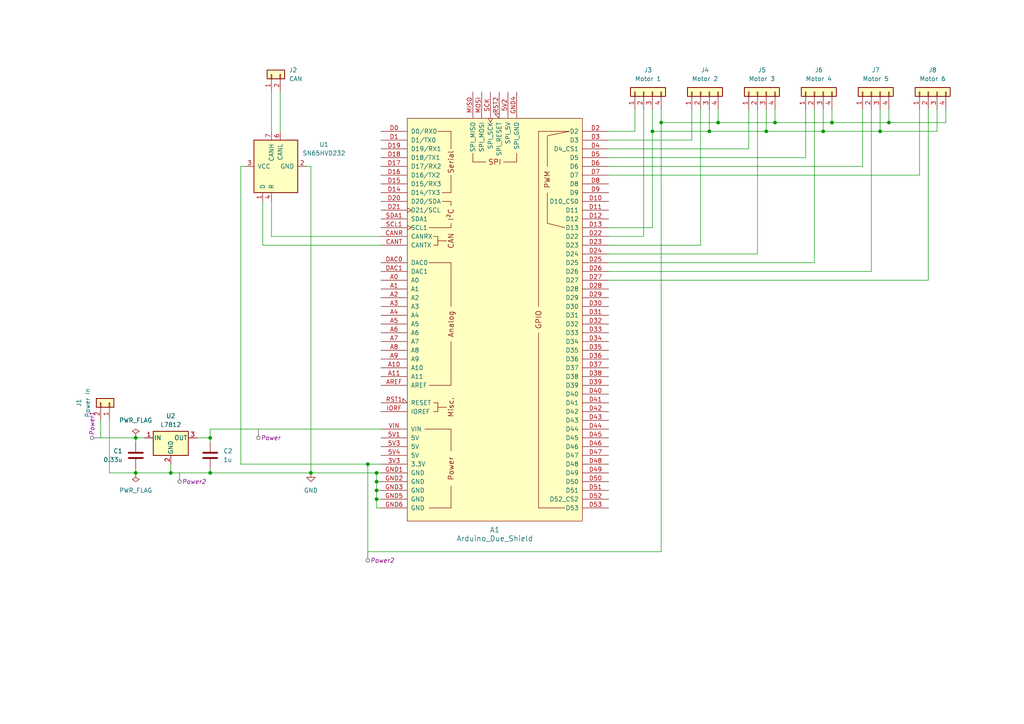
<source format=kicad_sch>
(kicad_sch (version 20230121) (generator eeschema)
  (paper "A4")
  (lib_symbols
    (symbol "Conn_01x04_1" (pin_names (offset 1.016) hide)
      (property "Reference" "J" (at 0 5.08 0))
      (property "Value" "Conn_01x04" (at 0 -7.62 0))
      (symbol "Conn_01x04_1_1_1"
        (rectangle (start -1.27 -4.953) (end 0 -5.207) (stroke (width 0.1524)))
        (rectangle (start -1.27 -2.413) (end 0 -2.667) (stroke (width 0.1524)))
        (rectangle (start -1.27 0.127) (end 0 -0.127) (stroke (width 0.1524)))
        (rectangle (start -1.27 2.667) (end 0 2.413) (stroke (width 0.1524)))
        (rectangle (start -1.27 3.81) (end 1.27 -6.35) (stroke (width 0.254)) (fill (type background)))
        (pin passive line (at -5.08 2.54 0) (length 3.81) (name "Pin_1") (number "1"))
        (pin passive line (at -5.08 0 0) (length 3.81) (name "Pin_2") (number "2"))
        (pin passive line (at -5.08 -2.54 0) (length 3.81) (name "Pin_3") (number "3"))
        (pin passive line (at -5.08 -5.08 0) (length 3.81) (name "Pin_4") (number "4"))
      )
    )
    (symbol "Conn_01x04_2" (pin_names (offset 1.016) hide)
      (property "Reference" "J" (at 0 5.08 0))
      (property "Value" "Conn_01x04" (at 0 -7.62 0))
      (symbol "Conn_01x04_2_1_1"
        (rectangle (start -1.27 -4.953) (end 0 -5.207) (stroke (width 0.1524)))
        (rectangle (start -1.27 -2.413) (end 0 -2.667) (stroke (width 0.1524)))
        (rectangle (start -1.27 0.127) (end 0 -0.127) (stroke (width 0.1524)))
        (rectangle (start -1.27 2.667) (end 0 2.413) (stroke (width 0.1524)))
        (rectangle (start -1.27 3.81) (end 1.27 -6.35) (stroke (width 0.254)) (fill (type background)))
        (pin passive line (at -5.08 2.54 0) (length 3.81) (name "Pin_1") (number "1"))
        (pin passive line (at -5.08 0 0) (length 3.81) (name "Pin_2") (number "2"))
        (pin passive line (at -5.08 -2.54 0) (length 3.81) (name "Pin_3") (number "3"))
        (pin passive line (at -5.08 -5.08 0) (length 3.81) (name "Pin_4") (number "4"))
      )
    )
    (symbol "Conn_01x04_3" (pin_names (offset 1.016) hide)
      (property "Reference" "J" (at 0 5.08 0))
      (property "Value" "Conn_01x04" (at 0 -7.62 0))
      (symbol "Conn_01x04_3_1_1"
        (rectangle (start -1.27 -4.953) (end 0 -5.207) (stroke (width 0.1524)))
        (rectangle (start -1.27 -2.413) (end 0 -2.667) (stroke (width 0.1524)))
        (rectangle (start -1.27 0.127) (end 0 -0.127) (stroke (width 0.1524)))
        (rectangle (start -1.27 2.667) (end 0 2.413) (stroke (width 0.1524)))
        (rectangle (start -1.27 3.81) (end 1.27 -6.35) (stroke (width 0.254)) (fill (type background)))
        (pin passive line (at -5.08 2.54 0) (length 3.81) (name "Pin_1") (number "1"))
        (pin passive line (at -5.08 0 0) (length 3.81) (name "Pin_2") (number "2"))
        (pin passive line (at -5.08 -2.54 0) (length 3.81) (name "Pin_3") (number "3"))
        (pin passive line (at -5.08 -5.08 0) (length 3.81) (name "Pin_4") (number "4"))
      )
    )
    (symbol "Conn_01x04_4" (pin_names (offset 1.016) hide)
      (property "Reference" "J" (at 0 5.08 0))
      (property "Value" "Conn_01x04" (at 0 -7.62 0))
      (symbol "Conn_01x04_4_1_1"
        (rectangle (start -1.27 -4.953) (end 0 -5.207) (stroke (width 0.1524)))
        (rectangle (start -1.27 -2.413) (end 0 -2.667) (stroke (width 0.1524)))
        (rectangle (start -1.27 0.127) (end 0 -0.127) (stroke (width 0.1524)))
        (rectangle (start -1.27 2.667) (end 0 2.413) (stroke (width 0.1524)))
        (rectangle (start -1.27 3.81) (end 1.27 -6.35) (stroke (width 0.254)) (fill (type background)))
        (pin passive line (at -5.08 2.54 0) (length 3.81) (name "Pin_1") (number "1"))
        (pin passive line (at -5.08 0 0) (length 3.81) (name "Pin_2") (number "2"))
        (pin passive line (at -5.08 -2.54 0) (length 3.81) (name "Pin_3") (number "3"))
        (pin passive line (at -5.08 -5.08 0) (length 3.81) (name "Pin_4") (number "4"))
      )
    )
    (symbol "Conn_01x04_5" (pin_names (offset 1.016) hide)
      (property "Reference" "J" (at 0 5.08 0))
      (property "Value" "Conn_01x04" (at 0 -7.62 0))
      (symbol "Conn_01x04_5_1_1"
        (rectangle (start -1.27 -4.953) (end 0 -5.207) (stroke (width 0.1524)))
        (rectangle (start -1.27 -2.413) (end 0 -2.667) (stroke (width 0.1524)))
        (rectangle (start -1.27 0.127) (end 0 -0.127) (stroke (width 0.1524)))
        (rectangle (start -1.27 2.667) (end 0 2.413) (stroke (width 0.1524)))
        (rectangle (start -1.27 3.81) (end 1.27 -6.35) (stroke (width 0.254)) (fill (type background)))
        (pin passive line (at -5.08 2.54 0) (length 3.81) (name "Pin_1") (number "1"))
        (pin passive line (at -5.08 0 0) (length 3.81) (name "Pin_2") (number "2"))
        (pin passive line (at -5.08 -2.54 0) (length 3.81) (name "Pin_3") (number "3"))
        (pin passive line (at -5.08 -5.08 0) (length 3.81) (name "Pin_4") (number "4"))
      )
    )
    (symbol "Connector_Generic:Conn_01x02" (pin_names (offset 1.016) hide)
      (property "Reference" "J" (at 0 2.54 0))
      (property "Value" "Conn_01x02" (at 0 -5.08 0))
      (symbol "Conn_01x02_1_1"
        (rectangle (start -1.27 -2.413) (end 0 -2.667) (stroke (width 0.1524)))
        (rectangle (start -1.27 0.127) (end 0 -0.127) (stroke (width 0.1524)))
        (rectangle (start -1.27 1.27) (end 1.27 -3.81) (stroke (width 0.254)) (fill (type background)))
        (pin passive line (at -5.08 0 0) (length 3.81) (name "Pin_1") (number "1"))
        (pin passive line (at -5.08 -2.54 0) (length 3.81) (name "Pin_2") (number "2"))
      )
    )
    (symbol "Connector_Generic:Conn_01x04" (pin_names (offset 1.016) hide)
      (property "Reference" "J" (at 0 5.08 0))
      (property "Value" "Conn_01x04" (at 0 -7.62 0))
      (symbol "Conn_01x04_1_1"
        (rectangle (start -1.27 -4.953) (end 0 -5.207) (stroke (width 0.1524)))
        (rectangle (start -1.27 -2.413) (end 0 -2.667) (stroke (width 0.1524)))
        (rectangle (start -1.27 0.127) (end 0 -0.127) (stroke (width 0.1524)))
        (rectangle (start -1.27 2.667) (end 0 2.413) (stroke (width 0.1524)))
        (rectangle (start -1.27 3.81) (end 1.27 -6.35) (stroke (width 0.254)) (fill (type background)))
        (pin passive line (at -5.08 2.54 0) (length 3.81) (name "Pin_1") (number "1"))
        (pin passive line (at -5.08 0 0) (length 3.81) (name "Pin_2") (number "2"))
        (pin passive line (at -5.08 -2.54 0) (length 3.81) (name "Pin_3") (number "3"))
        (pin passive line (at -5.08 -5.08 0) (length 3.81) (name "Pin_4") (number "4"))
      )
    )
    (symbol "Device:C" (pin_numbers hide) (pin_names (offset 0.254))
      (property "Reference" "C" (at 0.635 2.54 0))
      (property "Value" "C" (at 0.635 -2.54 0))
      (symbol "C_0_1"
        (polyline (pts (xy -2.032 -0.762) (xy 2.032 -0.762)) (stroke (width 0.508)))
        (polyline (pts (xy -2.032 0.762) (xy 2.032 0.762)) (stroke (width 0.508)))
      )
      (symbol "C_1_1"
        (pin passive line (at 0 3.81 270) (length 2.794) (name "~") (number "1"))
        (pin passive line (at 0 -3.81 90) (length 2.794) (name "~") (number "2"))
      )
    )
    (symbol "Interface_CAN_LIN:SN65HVD232" (pin_names (offset 1.016))
      (property "Reference" "U" (at -2.54 10.16 0))
      (property "Value" "SN65HVD232" (at -2.54 7.62 0))
      (symbol "SN65HVD232_0_1"
        (rectangle (start -7.62 5.08) (end 7.62 -7.62) (stroke (width 0.254)) (fill (type background)))
      )
      (symbol "SN65HVD232_1_1"
        (pin input line (at -10.16 2.54 0) (length 2.54) (name "D") (number "1"))
        (pin power_in line (at 0 -10.16 90) (length 2.54) (name "GND") (number "2"))
        (pin power_in line (at 0 7.62 270) (length 2.54) (name "VCC") (number "3"))
        (pin output line (at -10.16 0 0) (length 2.54) (name "R") (number "4"))
        (pin no_connect line (at -7.62 -2.54 0) (length 2.54) hide (name "NC") (number "5"))
        (pin bidirectional line (at 10.16 -2.54 180) (length 2.54) (name "CANL") (number "6"))
        (pin bidirectional line (at 10.16 0 180) (length 2.54) (name "CANH") (number "7"))
        (pin no_connect line (at -7.62 -5.08 0) (length 2.54) hide (name "NC") (number "8"))
      )
    )
    (symbol "Regulator_Linear:L7812" (pin_names (offset 0.254))
      (property "Reference" "U" (at -3.81 3.175 0))
      (property "Value" "L7812" (at 0 3.175 0))
      (symbol "L7812_0_1"
        (rectangle (start -5.08 1.905) (end 5.08 -5.08) (stroke (width 0.254)) (fill (type background)))
      )
      (symbol "L7812_1_1"
        (pin power_in line (at -7.62 0 0) (length 2.54) (name "IN") (number "1"))
        (pin power_in line (at 0 -7.62 90) (length 2.54) (name "GND") (number "2"))
        (pin power_out line (at 7.62 0 180) (length 2.54) (name "OUT") (number "3"))
      )
    )
    (symbol "arduino-library:Arduino_Due_Shield" (pin_names (offset 1.016))
      (property "Reference" "A" (at 0 -62.23 0))
      (property "Value" "Arduino_Due_Shield" (at 0 -66.04 0))
      (symbol "Arduino_Due_Shield_0_0"
        (rectangle (start -25.4 -58.42) (end 25.4 58.42) (fill (type background)))
        (rectangle (start -20.32 -31.75) (end -12.7 -31.75))
        (rectangle (start -19.05 -54.61) (end -12.7 -54.61))
        (rectangle (start -19.05 -19.05) (end -12.7 -19.05))
        (rectangle (start -19.05 16.51) (end -12.7 16.51))
        (rectangle (start -19.05 26.67) (end -12.7 26.67))
        (rectangle (start -17.78 -26.67) (end -16.51 -26.67))
        (rectangle (start -17.78 -24.13) (end -16.51 -24.13))
        (rectangle (start -17.78 21.59) (end -16.51 21.59))
        (rectangle (start -17.78 24.13) (end -16.51 24.13))
        (rectangle (start -16.51 -25.4) (end -13.97 -25.4))
        (rectangle (start -16.51 -24.13) (end -16.51 -26.67))
        (rectangle (start -16.51 22.86) (end -13.97 22.86))
        (rectangle (start -16.51 24.13) (end -16.51 21.59))
        (rectangle (start -16.51 54.61) (end -12.7 54.61))
        (rectangle (start -15.24 34.29) (end -12.7 34.29))
        (rectangle (start -15.24 36.83) (end -12.7 36.83))
        (rectangle (start -12.7 -54.61) (end -12.7 -48.26))
        (rectangle (start -12.7 -31.75) (end -12.7 -38.1))
        (rectangle (start -12.7 -6.35) (end -12.7 -19.05))
        (rectangle (start -12.7 16.51) (end -12.7 3.81))
        (rectangle (start -12.7 26.67) (end -12.7 27.94))
        (rectangle (start -12.7 34.29) (end -12.7 33.02))
        (rectangle (start -12.7 41.91) (end -12.7 36.83))
        (rectangle (start -12.7 49.53) (end -12.7 54.61))
        (rectangle (start -6.35 48.26) (end -6.35 45.72))
        (rectangle (start -2.54 45.72) (end -6.35 45.72))
        (polyline (pts (xy 12.7 -54.61) (xy 20.32 -54.61)))
        (polyline (pts (xy 21.59 54.61) (xy 12.7 54.61)))
        (polyline (pts (xy 15.24 44.45) (xy 15.24 53.34) (xy 21.59 54.61)))
        (polyline (pts (xy 20.32 26.67) (xy 15.24 27.94) (xy 15.24 36.83)))
        (rectangle (start 6.35 45.72) (end 2.54 45.72))
        (rectangle (start 6.35 48.26) (end 6.35 45.72))
        (text "Analog" (at -12.7 -1.27 900) (effects (font (size 1.524 1.524))))
        (text "CAN" (at -12.7 22.86 900) (effects (font (size 1.524 1.524))))
        (text "I²C" (at -12.7 30.48 900) (effects (font (size 1.524 1.524))))
        (text "Misc." (at -12.7 -25.4 900) (effects (font (size 1.524 1.524))))
        (text "Power" (at -12.7 -43.18 900) (effects (font (size 1.524 1.524))))
        (text "PWM" (at 15.24 40.64 900) (effects (font (size 1.524 1.524))))
        (text "Serial" (at -12.7 45.72 900) (effects (font (size 1.524 1.524))))
        (text "SPI" (at 0 45.72 0) (effects (font (size 1.524 1.524))))
      )
      (symbol "Arduino_Due_Shield_1_0"
        (rectangle (start 12.7 -54.61) (end 12.7 -3.81))
        (rectangle (start 12.7 54.61) (end 12.7 3.81))
        (text "GPIO" (at 12.7 0 900) (effects (font (size 1.524 1.524))))
      )
      (symbol "Arduino_Due_Shield_1_1"
        (pin power_out line (at -33.02 -41.91 0) (length 7.62) (name "3.3V") (number "3V3"))
        (pin power_in line (at -33.02 -34.29 0) (length 7.62) (name "5V") (number "5V1"))
        (pin power_in line (at 3.81 66.04 270) (length 7.62) (name "SPI_5V") (number "5V2"))
        (pin power_in line (at -33.02 -36.83 0) (length 7.62) (name "5V") (number "5V3"))
        (pin power_in line (at -33.02 -39.37 0) (length 7.62) (name "5V") (number "5V4"))
        (pin bidirectional line (at -33.02 11.43 0) (length 7.62) (name "A0") (number "A0"))
        (pin bidirectional line (at -33.02 8.89 0) (length 7.62) (name "A1") (number "A1"))
        (pin bidirectional line (at -33.02 -13.97 0) (length 7.62) (name "A10") (number "A10"))
        (pin bidirectional line (at -33.02 -16.51 0) (length 7.62) (name "A11") (number "A11"))
        (pin bidirectional line (at -33.02 6.35 0) (length 7.62) (name "A2") (number "A2"))
        (pin bidirectional line (at -33.02 3.81 0) (length 7.62) (name "A3") (number "A3"))
        (pin bidirectional line (at -33.02 1.27 0) (length 7.62) (name "A4") (number "A4"))
        (pin bidirectional line (at -33.02 -1.27 0) (length 7.62) (name "A5") (number "A5"))
        (pin bidirectional line (at -33.02 -3.81 0) (length 7.62) (name "A6") (number "A6"))
        (pin bidirectional line (at -33.02 -6.35 0) (length 7.62) (name "A7") (number "A7"))
        (pin bidirectional line (at -33.02 -8.89 0) (length 7.62) (name "A8") (number "A8"))
        (pin bidirectional line (at -33.02 -11.43 0) (length 7.62) (name "A9") (number "A9"))
        (pin input line (at -33.02 -19.05 0) (length 7.62) (name "AREF") (number "AREF"))
        (pin bidirectional line (at -33.02 24.13 0) (length 7.62) (name "CANRX") (number "CANR"))
        (pin bidirectional line (at -33.02 21.59 0) (length 7.62) (name "CANTX") (number "CANT"))
        (pin bidirectional line (at -33.02 54.61 0) (length 7.62) (name "D0/RX0") (number "D0"))
        (pin bidirectional line (at -33.02 52.07 0) (length 7.62) (name "D1/TX0") (number "D1"))
        (pin bidirectional line (at 33.02 34.29 180) (length 7.62) (name "D10_CS0") (number "D10"))
        (pin bidirectional line (at 33.02 31.75 180) (length 7.62) (name "D11") (number "D11"))
        (pin bidirectional line (at 33.02 29.21 180) (length 7.62) (name "D12") (number "D12"))
        (pin bidirectional line (at 33.02 26.67 180) (length 7.62) (name "D13") (number "D13"))
        (pin bidirectional line (at -33.02 36.83 0) (length 7.62) (name "D14/TX3") (number "D14"))
        (pin bidirectional line (at -33.02 39.37 0) (length 7.62) (name "D15/RX3") (number "D15"))
        (pin bidirectional line (at -33.02 41.91 0) (length 7.62) (name "D16/TX2") (number "D16"))
        (pin bidirectional line (at -33.02 44.45 0) (length 7.62) (name "D17/RX2") (number "D17"))
        (pin bidirectional line (at -33.02 46.99 0) (length 7.62) (name "D18/TX1") (number "D18"))
        (pin bidirectional line (at -33.02 49.53 0) (length 7.62) (name "D19/RX1") (number "D19"))
        (pin bidirectional line (at 33.02 54.61 180) (length 7.62) (name "D2") (number "D2"))
        (pin bidirectional line (at -33.02 34.29 0) (length 7.62) (name "D20/SDA") (number "D20"))
        (pin bidirectional clock (at -33.02 31.75 0) (length 7.62) (name "D21/SCL") (number "D21"))
        (pin bidirectional line (at 33.02 24.13 180) (length 7.62) (name "D22") (number "D22"))
        (pin bidirectional line (at 33.02 21.59 180) (length 7.62) (name "D23") (number "D23"))
        (pin bidirectional line (at 33.02 19.05 180) (length 7.62) (name "D24") (number "D24"))
        (pin bidirectional line (at 33.02 16.51 180) (length 7.62) (name "D25") (number "D25"))
        (pin bidirectional line (at 33.02 13.97 180) (length 7.62) (name "D26") (number "D26"))
        (pin bidirectional line (at 33.02 11.43 180) (length 7.62) (name "D27") (number "D27"))
        (pin bidirectional line (at 33.02 8.89 180) (length 7.62) (name "D28") (number "D28"))
        (pin bidirectional line (at 33.02 6.35 180) (length 7.62) (name "D29") (number "D29"))
        (pin bidirectional line (at 33.02 52.07 180) (length 7.62) (name "D3") (number "D3"))
        (pin bidirectional line (at 33.02 3.81 180) (length 7.62) (name "D30") (number "D30"))
        (pin bidirectional line (at 33.02 1.27 180) (length 7.62) (name "D31") (number "D31"))
        (pin bidirectional line (at 33.02 -1.27 180) (length 7.62) (name "D32") (number "D32"))
        (pin bidirectional line (at 33.02 -3.81 180) (length 7.62) (name "D33") (number "D33"))
        (pin bidirectional line (at 33.02 -6.35 180) (length 7.62) (name "D34") (number "D34"))
        (pin bidirectional line (at 33.02 -8.89 180) (length 7.62) (name "D35") (number "D35"))
        (pin bidirectional line (at 33.02 -11.43 180) (length 7.62) (name "D36") (number "D36"))
        (pin bidirectional line (at 33.02 -13.97 180) (length 7.62) (name "D37") (number "D37"))
        (pin bidirectional line (at 33.02 -16.51 180) (length 7.62) (name "D38") (number "D38"))
        (pin bidirectional line (at 33.02 -19.05 180) (length 7.62) (name "D39") (number "D39"))
        (pin bidirectional line (at 33.02 49.53 180) (length 7.62) (name "D4_CS1") (number "D4"))
        (pin bidirectional line (at 33.02 -21.59 180) (length 7.62) (name "D40") (number "D40"))
        (pin bidirectional line (at 33.02 -24.13 180) (length 7.62) (name "D41") (number "D41"))
        (pin bidirectional line (at 33.02 -26.67 180) (length 7.62) (name "D42") (number "D42"))
        (pin bidirectional line (at 33.02 -29.21 180) (length 7.62) (name "D43") (number "D43"))
        (pin bidirectional line (at 33.02 -31.75 180) (length 7.62) (name "D44") (number "D44"))
        (pin bidirectional line (at 33.02 -34.29 180) (length 7.62) (name "D45") (number "D45"))
        (pin bidirectional line (at 33.02 -36.83 180) (length 7.62) (name "D46") (number "D46"))
        (pin bidirectional line (at 33.02 -39.37 180) (length 7.62) (name "D47") (number "D47"))
        (pin bidirectional line (at 33.02 -41.91 180) (length 7.62) (name "D48") (number "D48"))
        (pin bidirectional line (at 33.02 -44.45 180) (length 7.62) (name "D49") (number "D49"))
        (pin bidirectional line (at 33.02 46.99 180) (length 7.62) (name "D5") (number "D5"))
        (pin bidirectional line (at 33.02 -46.99 180) (length 7.62) (name "D50") (number "D50"))
        (pin bidirectional line (at 33.02 -49.53 180) (length 7.62) (name "D51") (number "D51"))
        (pin bidirectional line (at 33.02 -52.07 180) (length 7.62) (name "D52_CS2") (number "D52"))
        (pin bidirectional line (at 33.02 -54.61 180) (length 7.62) (name "D53") (number "D53"))
        (pin bidirectional line (at 33.02 44.45 180) (length 7.62) (name "D6") (number "D6"))
        (pin bidirectional line (at 33.02 41.91 180) (length 7.62) (name "D7") (number "D7"))
        (pin bidirectional line (at 33.02 39.37 180) (length 7.62) (name "D8") (number "D8"))
        (pin bidirectional line (at 33.02 36.83 180) (length 7.62) (name "D9") (number "D9"))
        (pin bidirectional line (at -33.02 16.51 0) (length 7.62) (name "DAC0") (number "DAC0"))
        (pin bidirectional line (at -33.02 13.97 0) (length 7.62) (name "DAC1") (number "DAC1"))
        (pin power_in line (at -33.02 -44.45 0) (length 7.62) (name "GND") (number "GND1"))
        (pin power_in line (at -33.02 -46.99 0) (length 7.62) (name "GND") (number "GND2"))
        (pin power_in line (at -33.02 -49.53 0) (length 7.62) (name "GND") (number "GND3"))
        (pin power_in line (at 6.35 66.04 270) (length 7.62) (name "SPI_GND") (number "GND4"))
        (pin power_in line (at -33.02 -52.07 0) (length 7.62) (name "GND") (number "GND5"))
        (pin power_in line (at -33.02 -54.61 0) (length 7.62) (name "GND") (number "GND6"))
        (pin output line (at -33.02 -26.67 0) (length 7.62) (name "IOREF") (number "IORF"))
        (pin input line (at -6.35 66.04 270) (length 7.62) (name "SPI_MISO") (number "MISO"))
        (pin output line (at -3.81 66.04 270) (length 7.62) (name "SPI_MOSI") (number "MOSI"))
        (pin open_collector input_low (at -33.02 -24.13 0) (length 7.62) (name "RESET") (number "RST1"))
        (pin open_collector input_low (at 1.27 66.04 270) (length 7.62) (name "SPI_RESET") (number "RST2"))
        (pin output clock (at -1.27 66.04 270) (length 7.62) (name "SPI_SCK") (number "SCK"))
        (pin bidirectional clock (at -33.02 26.67 0) (length 7.62) (name "SCL1") (number "SCL1"))
        (pin bidirectional line (at -33.02 29.21 0) (length 7.62) (name "SDA1") (number "SDA1"))
        (pin power_in line (at -33.02 -31.75 0) (length 7.62) (name "VIN") (number "VIN"))
      )
    )
    (symbol "power:GND" (power) (pin_names (offset 0))
      (property "Value" "GND" (at 0 -3.81 0))
      (symbol "GND_0_1"
        (polyline (pts (xy 0 0) (xy 0 -1.27) (xy 1.27 -1.27) (xy 0 -2.54) (xy -1.27 -1.27) (xy 0 -1.27)))
      )
      (symbol "GND_1_1"
        (pin power_in line (at 0 0 270) (length 0) hide (name "GND") (number "1"))
      )
    )
    (symbol "power:PWR_FLAG" (power) (pin_numbers hide) (pin_names (offset 0) hide)
      (property "Value" "PWR_FLAG" (at 0 3.81 0))
      (symbol "PWR_FLAG_0_0"
        (pin power_out line (at 0 0 90) (length 0) (name "pwr") (number "1"))
      )
      (symbol "PWR_FLAG_0_1"
        (polyline (pts (xy 0 0) (xy 0 1.27) (xy -1.016 1.905) (xy 0 2.54) (xy 1.016 1.905) (xy 0 1.27)))
      )
    )
  )
  (junction (at 90.17 137.16))
  (junction (at 109.22 137.16))
  (junction (at 208.28 35.56))
  (junction (at 109.22 142.24))
  (junction (at 257.81 35.56))
  (junction (at 222.25 38.1))
  (junction (at 109.22 139.7))
  (junction (at 60.96 137.16))
  (junction (at 205.74 38.1))
  (junction (at 189.23 38.1))
  (junction (at 39.37 127))
  (junction (at 238.76 38.1))
  (junction (at 49.53 137.16))
  (junction (at 39.37 137.16))
  (junction (at 60.96 127))
  (junction (at 109.22 144.78))
  (junction (at 191.77 35.56))
  (junction (at 255.27 38.1))
  (junction (at 106.68 134.62))
  (junction (at 241.3 35.56))
  (junction (at 224.79 35.56))
  (wire (pts (xy 205.74 31.75) (xy 205.74 38.1)))
  (wire (pts (xy 255.27 38.1) (xy 271.78 38.1)))
  (wire (pts (xy 176.53 76.2) (xy 236.22 76.2)))
  (wire (pts (xy 205.74 38.1) (xy 222.25 38.1)))
  (wire (pts (xy 191.77 31.75) (xy 191.77 35.56)))
  (wire (pts (xy 238.76 38.1) (xy 255.27 38.1)))
  (wire (pts (xy 106.68 134.62) (xy 110.49 134.62)))
  (wire (pts (xy 224.79 35.56) (xy 241.3 35.56)))
  (wire (pts (xy 176.53 38.1) (xy 184.15 38.1)))
  (wire (pts (xy 200.66 40.64) (xy 200.66 31.75)))
  (wire (pts (xy 176.53 48.26) (xy 250.19 48.26)))
  (wire (pts (xy 109.22 139.7) (xy 110.49 139.7)))
  (wire (pts (xy 222.25 31.75) (xy 222.25 38.1)))
  (wire (pts (xy 81.28 26.67) (xy 81.28 38.1)))
  (wire (pts (xy 189.23 31.75) (xy 189.23 38.1)))
  (wire (pts (xy 49.53 137.16) (xy 39.37 137.16)))
  (wire (pts (xy 106.68 160.02) (xy 106.68 134.62)))
  (wire (pts (xy 39.37 127) (xy 41.91 127)))
  (wire (pts (xy 208.28 31.75) (xy 208.28 35.56)))
  (wire (pts (xy 222.25 38.1) (xy 238.76 38.1)))
  (wire (pts (xy 176.53 71.12) (xy 203.2 71.12)))
  (wire (pts (xy 60.96 124.46) (xy 110.49 124.46)))
  (wire (pts (xy 78.74 68.58) (xy 78.74 58.42)))
  (wire (pts (xy 186.69 68.58) (xy 186.69 31.75)))
  (wire (pts (xy 39.37 127) (xy 39.37 128.27)))
  (wire (pts (xy 191.77 35.56) (xy 208.28 35.56)))
  (wire (pts (xy 236.22 76.2) (xy 236.22 31.75)))
  (wire (pts (xy 31.75 121.92) (xy 31.75 137.16)))
  (wire (pts (xy 76.2 58.42) (xy 76.2 71.12)))
  (wire (pts (xy 241.3 35.56) (xy 257.81 35.56)))
  (wire (pts (xy 208.28 35.56) (xy 224.79 35.56)))
  (wire (pts (xy 184.15 38.1) (xy 184.15 31.75)))
  (wire (pts (xy 109.22 144.78) (xy 110.49 144.78)))
  (wire (pts (xy 109.22 142.24) (xy 109.22 139.7)))
  (wire (pts (xy 57.15 127) (xy 60.96 127)))
  (wire (pts (xy 271.78 38.1) (xy 271.78 31.75)))
  (wire (pts (xy 29.21 127) (xy 39.37 127)))
  (wire (pts (xy 252.73 78.74) (xy 252.73 31.75)))
  (wire (pts (xy 109.22 144.78) (xy 109.22 142.24)))
  (wire (pts (xy 219.71 73.66) (xy 219.71 31.75)))
  (wire (pts (xy 241.3 31.75) (xy 241.3 35.56)))
  (wire (pts (xy 60.96 127) (xy 60.96 124.46)))
  (wire (pts (xy 269.24 81.28) (xy 269.24 31.75)))
  (wire (pts (xy 69.85 134.62) (xy 106.68 134.62)))
  (wire (pts (xy 39.37 135.89) (xy 39.37 137.16)))
  (wire (pts (xy 274.32 35.56) (xy 274.32 31.75)))
  (wire (pts (xy 203.2 71.12) (xy 203.2 31.75)))
  (wire (pts (xy 191.77 35.56) (xy 191.77 160.02)))
  (wire (pts (xy 255.27 31.75) (xy 255.27 38.1)))
  (wire (pts (xy 88.9 48.26) (xy 90.17 48.26)))
  (wire (pts (xy 76.2 71.12) (xy 110.49 71.12)))
  (wire (pts (xy 176.53 81.28) (xy 269.24 81.28)))
  (wire (pts (xy 189.23 38.1) (xy 205.74 38.1)))
  (wire (pts (xy 60.96 137.16) (xy 49.53 137.16)))
  (wire (pts (xy 110.49 68.58) (xy 78.74 68.58)))
  (wire (pts (xy 176.53 68.58) (xy 186.69 68.58)))
  (wire (pts (xy 233.68 45.72) (xy 233.68 31.75)))
  (wire (pts (xy 109.22 137.16) (xy 110.49 137.16)))
  (wire (pts (xy 189.23 66.04) (xy 189.23 38.1)))
  (wire (pts (xy 176.53 73.66) (xy 219.71 73.66)))
  (wire (pts (xy 78.74 26.67) (xy 78.74 38.1)))
  (wire (pts (xy 109.22 139.7) (xy 109.22 137.16)))
  (wire (pts (xy 250.19 48.26) (xy 250.19 31.75)))
  (wire (pts (xy 60.96 135.89) (xy 60.96 137.16)))
  (wire (pts (xy 60.96 127) (xy 60.96 128.27)))
  (wire (pts (xy 238.76 31.75) (xy 238.76 38.1)))
  (wire (pts (xy 39.37 137.16) (xy 31.75 137.16)))
  (wire (pts (xy 217.17 43.18) (xy 217.17 31.75)))
  (wire (pts (xy 60.96 137.16) (xy 90.17 137.16)))
  (wire (pts (xy 90.17 48.26) (xy 90.17 137.16)))
  (wire (pts (xy 257.81 31.75) (xy 257.81 35.56)))
  (wire (pts (xy 191.77 160.02) (xy 106.68 160.02)))
  (wire (pts (xy 176.53 40.64) (xy 200.66 40.64)))
  (wire (pts (xy 109.22 142.24) (xy 110.49 142.24)))
  (wire (pts (xy 90.17 137.16) (xy 109.22 137.16)))
  (wire (pts (xy 257.81 35.56) (xy 274.32 35.56)))
  (wire (pts (xy 176.53 66.04) (xy 189.23 66.04)))
  (wire (pts (xy 69.85 48.26) (xy 69.85 134.62)))
  (wire (pts (xy 49.53 134.62) (xy 49.53 137.16)))
  (wire (pts (xy 224.79 31.75) (xy 224.79 35.56)))
  (wire (pts (xy 176.53 45.72) (xy 233.68 45.72)))
  (wire (pts (xy 109.22 147.32) (xy 109.22 144.78)))
  (wire (pts (xy 69.85 48.26) (xy 71.12 48.26)))
  (wire (pts (xy 266.7 50.8) (xy 266.7 31.75)))
  (wire (pts (xy 29.21 121.92) (xy 29.21 127)))
  (wire (pts (xy 110.49 147.32) (xy 109.22 147.32)))
  (wire (pts (xy 176.53 50.8) (xy 266.7 50.8)))
  (wire (pts (xy 176.53 43.18) (xy 217.17 43.18)))
  (wire (pts (xy 176.53 78.74) (xy 252.73 78.74)))
  (netclass_flag "" (length 2.54) (shape round) (at 52.07 137.16 180) (property "Netclass" "Power2" (at 52.7685 139.7 0) (effects (font italic) (justify left))))
  (netclass_flag "" (length 2.54) (shape round) (at 29.21 127 90) (property "Netclass" "Power1" (at 26.67 126.3015 90) (effects (font italic) (justify left))))
  (netclass_flag "" (length 2.54) (shape round) (at 106.68 160.02 180) (property "Netclass" "Power2" (at 107.3785 162.56 0) (effects (font italic) (justify left))))
  (netclass_flag "" (length 2.54) (shape round) (at 74.93 124.46 180) (property "Netclass" "Power" (at 75.6285 127 0) (effects (font italic) (justify left))))
  (symbol (lib_id "Connector_Generic:Conn_01x04") (at 269.24 26.67 90) (unit 1)
    (property "Reference" "J8" (at 270.51 20.32 90))
    (property "Value" "Motor 6" (at 270.51 22.86 90))
    (property "Footprint" "Connector_JST:JST_PH_B4B-PH-K_1x04_P2.00mm_Vertical" (effects hide))
  )
  (symbol (lib_name "Conn_01x04_1") (lib_id "Connector_Generic:Conn_01x04") (at 186.69 26.67 90) (unit 1)
    (property "Reference" "J3" (at 187.96 20.32 90))
    (property "Value" "Motor 1" (at 187.96 22.86 90))
    (property "Footprint" "Connector_JST:JST_PH_B4B-PH-K_1x04_P2.00mm_Vertical" (effects hide))
  )
  (symbol (lib_name "Conn_01x04_2") (lib_id "Connector_Generic:Conn_01x04") (at 203.2 26.67 90) (unit 1)
    (property "Reference" "J4" (at 204.47 20.32 90))
    (property "Value" "Motor 2" (at 204.47 22.86 90))
    (property "Footprint" "Connector_JST:JST_PH_B4B-PH-K_1x04_P2.00mm_Vertical" (effects hide))
  )
  (symbol (lib_id "Regulator_Linear:L7812") (at 49.53 127 0) (unit 1)
    (property "Reference" "U2" (at 49.53 120.65 0))
    (property "Value" "L7812" (at 49.53 123.19 0))
    (property "Footprint" "Package_TO_SOT_SMD:TO-263-2" (effects hide))
    (property "Datasheet" "http://www.st.com/content/ccc/resource/technical/document/datasheet/41/4f/b3/b0/12/d4/47/88/CD00000444.pdf/files/CD00000444.pdf/jcr:content/translations/en.CD00000444.pdf" (effects hide))
  )
  (symbol (lib_name "Conn_01x04_3") (lib_id "Connector_Generic:Conn_01x04") (at 219.71 26.67 90) (unit 1)
    (property "Reference" "J5" (at 220.98 20.32 90))
    (property "Value" "Motor 3" (at 220.98 22.86 90))
    (property "Footprint" "Connector_JST:JST_PH_B4B-PH-K_1x04_P2.00mm_Vertical" (effects hide))
  )
  (symbol (lib_name "Conn_01x04_4") (lib_id "Connector_Generic:Conn_01x04") (at 236.22 26.67 90) (unit 1)
    (property "Reference" "J6" (at 237.49 20.32 90))
    (property "Value" "Motor 4" (at 237.49 22.86 90))
    (property "Footprint" "Connector_JST:JST_PH_B4B-PH-K_1x04_P2.00mm_Vertical" (effects hide))
  )
  (symbol (lib_id "Device:C") (at 39.37 132.08 0) (mirror x) (unit 1)
    (property "Reference" "C1" (at 35.56 130.81 0) (effects (justify right)))
    (property "Value" "0.33u" (at 35.56 133.35 0) (effects (justify right)))
    (property "Footprint" "Capacitor_SMD:C_0603_1608Metric_Pad1.08x0.95mm_HandSolder" (effects hide))
  )
  (symbol (lib_name "Conn_01x04_5") (lib_id "Connector_Generic:Conn_01x04") (at 252.73 26.67 90) (unit 1)
    (property "Reference" "J7" (at 254 20.32 90))
    (property "Value" "Motor 5" (at 254 22.86 90))
    (property "Footprint" "Connector_JST:JST_PH_B4B-PH-K_1x04_P2.00mm_Vertical" (effects hide))
  )
  (symbol (lib_id "arduino-library:Arduino_Due_Shield") (at 143.51 92.71 0) (unit 1)
    (property "Reference" "A1" (at 143.51 153.67 0) (effects (font (size 1.524 1.524))))
    (property "Value" "Arduino_Due_Shield" (at 143.51 156.21 0) (effects (font (size 1.524 1.524))))
    (property "Footprint" "arduino-library:Arduino_Due_Shield" (effects hide))
    (property "Datasheet" "https://docs.arduino.cc/hardware/due" (effects hide))
  )
  (symbol (lib_id "power:GND") (at 90.17 137.16 0) (unit 1)
    (property "Reference" "#PWR01" (effects hide))
    (property "Value" "GND" (at 90.17 142.24 0))
  )
  (symbol (lib_id "Device:C") (at 60.96 132.08 0) (unit 1)
    (property "Reference" "C2" (at 64.77 130.81 0) (effects (justify left)))
    (property "Value" "1u" (at 64.77 133.35 0) (effects (justify left)))
    (property "Footprint" "Capacitor_SMD:C_0603_1608Metric_Pad1.08x0.95mm_HandSolder" (effects hide))
  )
  (symbol (lib_id "Connector_Generic:Conn_01x02") (at 31.75 116.84 270) (mirror x) (unit 1)
    (property "Reference" "J1" (at 22.86 116.84 0))
    (property "Value" "Power In" (at 25.4 116.84 0))
    (property "Footprint" "Connector_AMASS:AMASS_XT30U-F_1x02_P5.0mm_Vertical" (effects hide))
  )
  (symbol (lib_id "power:PWR_FLAG") (at 39.37 137.16 180) (unit 1)
    (property "Reference" "#FLG02" (effects hide))
    (property "Value" "PWR_FLAG" (at 39.37 142.24 0))
  )
  (symbol (lib_id "Connector_Generic:Conn_01x02") (at 78.74 21.59 90) (unit 1)
    (property "Reference" "J2" (at 83.82 20.32 90) (effects (justify right)))
    (property "Value" "CAN" (at 83.82 22.86 90) (effects (justify right)))
    (property "Footprint" "Connector_JST:JST_PH_B2B-PH-K_1x02_P2.00mm_Vertical" (effects hide))
  )
  (symbol (lib_id "power:PWR_FLAG") (at 39.37 127 0) (unit 1)
    (property "Reference" "#FLG01" (effects hide))
    (property "Value" "PWR_FLAG" (at 39.37 121.92 0))
  )
  (symbol (lib_id "Interface_CAN_LIN:SN65HVD232") (at 78.74 48.26 90) (unit 1)
    (property "Reference" "U1" (at 93.98 41.91 90))
    (property "Value" "SN65HVD232" (at 93.98 44.45 90))
    (property "Footprint" "Package_SO:SOIC-8_3.9x4.9mm_P1.27mm" (effects hide))
    (property "Datasheet" "http://www.ti.com/lit/ds/symlink/sn65hvd230.pdf" (effects hide))
  )
)
</source>
